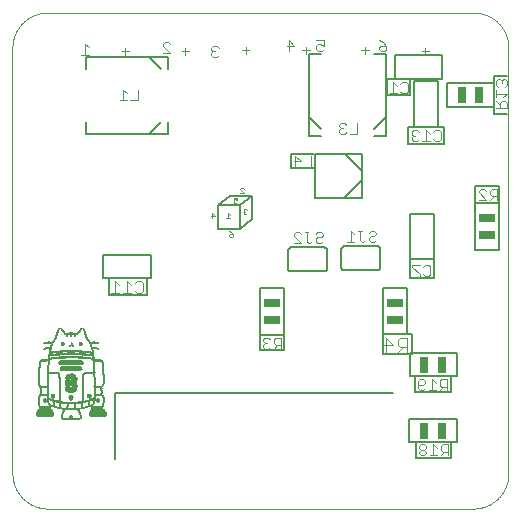
<source format=gbo>
G75*
%MOIN*%
%OFA0B0*%
%FSLAX25Y25*%
%IPPOS*%
%LPD*%
%AMOC8*
5,1,8,0,0,1.08239X$1,22.5*
%
%ADD10C,0.00000*%
%ADD11C,0.00591*%
%ADD12R,0.03100X0.00100*%
%ADD13R,0.05600X0.00100*%
%ADD14R,0.06000X0.00100*%
%ADD15R,0.06300X0.00100*%
%ADD16R,0.01700X0.00100*%
%ADD17R,0.01400X0.00100*%
%ADD18R,0.00800X0.00100*%
%ADD19R,0.00500X0.00100*%
%ADD20R,0.00400X0.00100*%
%ADD21R,0.01300X0.00100*%
%ADD22R,0.01200X0.00100*%
%ADD23R,0.02400X0.00100*%
%ADD24R,0.05400X0.00100*%
%ADD25R,0.01000X0.00100*%
%ADD26R,0.05100X0.00100*%
%ADD27R,0.05700X0.00100*%
%ADD28R,0.05900X0.00100*%
%ADD29R,0.00600X0.00100*%
%ADD30R,0.05800X0.00100*%
%ADD31R,0.06100X0.00100*%
%ADD32R,0.05500X0.00100*%
%ADD33R,0.05300X0.00100*%
%ADD34R,0.05200X0.00100*%
%ADD35R,0.05000X0.00100*%
%ADD36R,0.04900X0.00100*%
%ADD37R,0.03300X0.00100*%
%ADD38R,0.04700X0.00100*%
%ADD39R,0.04600X0.00100*%
%ADD40R,0.04500X0.00100*%
%ADD41R,0.04300X0.00100*%
%ADD42R,0.07900X0.00100*%
%ADD43R,0.04200X0.00100*%
%ADD44R,0.02700X0.00100*%
%ADD45R,0.02300X0.00100*%
%ADD46R,0.04000X0.00100*%
%ADD47R,0.04100X0.00100*%
%ADD48R,0.02100X0.00100*%
%ADD49R,0.02200X0.00100*%
%ADD50R,0.01900X0.00100*%
%ADD51R,0.03800X0.00100*%
%ADD52R,0.02000X0.00100*%
%ADD53R,0.03700X0.00100*%
%ADD54R,0.01600X0.00100*%
%ADD55R,0.01100X0.00100*%
%ADD56R,0.01500X0.00100*%
%ADD57R,0.01800X0.00100*%
%ADD58R,0.00900X0.00100*%
%ADD59R,0.00700X0.00100*%
%ADD60R,0.03200X0.00100*%
%ADD61R,0.07700X0.00100*%
%ADD62R,0.08600X0.00100*%
%ADD63R,0.09500X0.00100*%
%ADD64R,0.03600X0.00100*%
%ADD65R,0.03400X0.00100*%
%ADD66R,0.03900X0.00100*%
%ADD67R,0.02600X0.00100*%
%ADD68R,0.00300X0.00100*%
%ADD69R,0.03000X0.00100*%
%ADD70R,0.02900X0.00100*%
%ADD71R,0.02800X0.00100*%
%ADD72R,0.03500X0.00100*%
%ADD73R,0.02500X0.00100*%
%ADD74R,0.06600X0.00100*%
%ADD75R,0.07000X0.00100*%
%ADD76R,0.07300X0.00100*%
%ADD77R,0.07400X0.00100*%
%ADD78R,0.07600X0.00100*%
%ADD79R,0.07500X0.00100*%
%ADD80R,0.07100X0.00100*%
%ADD81R,0.06500X0.00100*%
%ADD82R,0.08100X0.00100*%
%ADD83R,0.08300X0.00100*%
%ADD84R,0.08400X0.00100*%
%ADD85R,0.08500X0.00100*%
%ADD86R,0.07200X0.00100*%
%ADD87R,0.13300X0.00100*%
%ADD88R,0.12200X0.00100*%
%ADD89R,0.10500X0.00100*%
%ADD90R,0.13400X0.00100*%
%ADD91R,0.12700X0.00100*%
%ADD92R,0.10000X0.00100*%
%ADD93R,0.04800X0.00100*%
%ADD94R,0.13200X0.00100*%
%ADD95R,0.10600X0.00100*%
%ADD96R,0.00200X0.00100*%
%ADD97C,0.00200*%
%ADD98C,0.00300*%
%ADD99C,0.00600*%
%ADD100C,0.00400*%
%ADD101R,0.02559X0.05512*%
%ADD102R,0.05512X0.02559*%
D10*
X0001500Y0013311D02*
X0001500Y0155043D01*
X0001503Y0155328D01*
X0001514Y0155614D01*
X0001531Y0155899D01*
X0001555Y0156183D01*
X0001586Y0156467D01*
X0001624Y0156750D01*
X0001669Y0157031D01*
X0001720Y0157312D01*
X0001778Y0157592D01*
X0001843Y0157870D01*
X0001915Y0158146D01*
X0001993Y0158420D01*
X0002078Y0158693D01*
X0002170Y0158963D01*
X0002268Y0159231D01*
X0002372Y0159497D01*
X0002483Y0159760D01*
X0002600Y0160020D01*
X0002723Y0160278D01*
X0002853Y0160532D01*
X0002989Y0160783D01*
X0003130Y0161031D01*
X0003278Y0161275D01*
X0003431Y0161516D01*
X0003591Y0161752D01*
X0003756Y0161985D01*
X0003926Y0162214D01*
X0004102Y0162439D01*
X0004284Y0162659D01*
X0004470Y0162875D01*
X0004662Y0163086D01*
X0004859Y0163293D01*
X0005061Y0163495D01*
X0005268Y0163692D01*
X0005479Y0163884D01*
X0005695Y0164070D01*
X0005915Y0164252D01*
X0006140Y0164428D01*
X0006369Y0164598D01*
X0006602Y0164763D01*
X0006838Y0164923D01*
X0007079Y0165076D01*
X0007323Y0165224D01*
X0007571Y0165365D01*
X0007822Y0165501D01*
X0008076Y0165631D01*
X0008334Y0165754D01*
X0008594Y0165871D01*
X0008857Y0165982D01*
X0009123Y0166086D01*
X0009391Y0166184D01*
X0009661Y0166276D01*
X0009934Y0166361D01*
X0010208Y0166439D01*
X0010484Y0166511D01*
X0010762Y0166576D01*
X0011042Y0166634D01*
X0011323Y0166685D01*
X0011604Y0166730D01*
X0011887Y0166768D01*
X0012171Y0166799D01*
X0012455Y0166823D01*
X0012740Y0166840D01*
X0013026Y0166851D01*
X0013311Y0166854D01*
X0155043Y0166854D01*
X0155328Y0166851D01*
X0155614Y0166840D01*
X0155899Y0166823D01*
X0156183Y0166799D01*
X0156467Y0166768D01*
X0156750Y0166730D01*
X0157031Y0166685D01*
X0157312Y0166634D01*
X0157592Y0166576D01*
X0157870Y0166511D01*
X0158146Y0166439D01*
X0158420Y0166361D01*
X0158693Y0166276D01*
X0158963Y0166184D01*
X0159231Y0166086D01*
X0159497Y0165982D01*
X0159760Y0165871D01*
X0160020Y0165754D01*
X0160278Y0165631D01*
X0160532Y0165501D01*
X0160783Y0165365D01*
X0161031Y0165224D01*
X0161275Y0165076D01*
X0161516Y0164923D01*
X0161752Y0164763D01*
X0161985Y0164598D01*
X0162214Y0164428D01*
X0162439Y0164252D01*
X0162659Y0164070D01*
X0162875Y0163884D01*
X0163086Y0163692D01*
X0163293Y0163495D01*
X0163495Y0163293D01*
X0163692Y0163086D01*
X0163884Y0162875D01*
X0164070Y0162659D01*
X0164252Y0162439D01*
X0164428Y0162214D01*
X0164598Y0161985D01*
X0164763Y0161752D01*
X0164923Y0161516D01*
X0165076Y0161275D01*
X0165224Y0161031D01*
X0165365Y0160783D01*
X0165501Y0160532D01*
X0165631Y0160278D01*
X0165754Y0160020D01*
X0165871Y0159760D01*
X0165982Y0159497D01*
X0166086Y0159231D01*
X0166184Y0158963D01*
X0166276Y0158693D01*
X0166361Y0158420D01*
X0166439Y0158146D01*
X0166511Y0157870D01*
X0166576Y0157592D01*
X0166634Y0157312D01*
X0166685Y0157031D01*
X0166730Y0156750D01*
X0166768Y0156467D01*
X0166799Y0156183D01*
X0166823Y0155899D01*
X0166840Y0155614D01*
X0166851Y0155328D01*
X0166854Y0155043D01*
X0166854Y0013311D01*
X0166851Y0013026D01*
X0166840Y0012740D01*
X0166823Y0012455D01*
X0166799Y0012171D01*
X0166768Y0011887D01*
X0166730Y0011604D01*
X0166685Y0011323D01*
X0166634Y0011042D01*
X0166576Y0010762D01*
X0166511Y0010484D01*
X0166439Y0010208D01*
X0166361Y0009934D01*
X0166276Y0009661D01*
X0166184Y0009391D01*
X0166086Y0009123D01*
X0165982Y0008857D01*
X0165871Y0008594D01*
X0165754Y0008334D01*
X0165631Y0008076D01*
X0165501Y0007822D01*
X0165365Y0007571D01*
X0165224Y0007323D01*
X0165076Y0007079D01*
X0164923Y0006838D01*
X0164763Y0006602D01*
X0164598Y0006369D01*
X0164428Y0006140D01*
X0164252Y0005915D01*
X0164070Y0005695D01*
X0163884Y0005479D01*
X0163692Y0005268D01*
X0163495Y0005061D01*
X0163293Y0004859D01*
X0163086Y0004662D01*
X0162875Y0004470D01*
X0162659Y0004284D01*
X0162439Y0004102D01*
X0162214Y0003926D01*
X0161985Y0003756D01*
X0161752Y0003591D01*
X0161516Y0003431D01*
X0161275Y0003278D01*
X0161031Y0003130D01*
X0160783Y0002989D01*
X0160532Y0002853D01*
X0160278Y0002723D01*
X0160020Y0002600D01*
X0159760Y0002483D01*
X0159497Y0002372D01*
X0159231Y0002268D01*
X0158963Y0002170D01*
X0158693Y0002078D01*
X0158420Y0001993D01*
X0158146Y0001915D01*
X0157870Y0001843D01*
X0157592Y0001778D01*
X0157312Y0001720D01*
X0157031Y0001669D01*
X0156750Y0001624D01*
X0156467Y0001586D01*
X0156183Y0001555D01*
X0155899Y0001531D01*
X0155614Y0001514D01*
X0155328Y0001503D01*
X0155043Y0001500D01*
X0013311Y0001500D01*
X0013026Y0001503D01*
X0012740Y0001514D01*
X0012455Y0001531D01*
X0012171Y0001555D01*
X0011887Y0001586D01*
X0011604Y0001624D01*
X0011323Y0001669D01*
X0011042Y0001720D01*
X0010762Y0001778D01*
X0010484Y0001843D01*
X0010208Y0001915D01*
X0009934Y0001993D01*
X0009661Y0002078D01*
X0009391Y0002170D01*
X0009123Y0002268D01*
X0008857Y0002372D01*
X0008594Y0002483D01*
X0008334Y0002600D01*
X0008076Y0002723D01*
X0007822Y0002853D01*
X0007571Y0002989D01*
X0007323Y0003130D01*
X0007079Y0003278D01*
X0006838Y0003431D01*
X0006602Y0003591D01*
X0006369Y0003756D01*
X0006140Y0003926D01*
X0005915Y0004102D01*
X0005695Y0004284D01*
X0005479Y0004470D01*
X0005268Y0004662D01*
X0005061Y0004859D01*
X0004859Y0005061D01*
X0004662Y0005268D01*
X0004470Y0005479D01*
X0004284Y0005695D01*
X0004102Y0005915D01*
X0003926Y0006140D01*
X0003756Y0006369D01*
X0003591Y0006602D01*
X0003431Y0006838D01*
X0003278Y0007079D01*
X0003130Y0007323D01*
X0002989Y0007571D01*
X0002853Y0007822D01*
X0002723Y0008076D01*
X0002600Y0008334D01*
X0002483Y0008594D01*
X0002372Y0008857D01*
X0002268Y0009123D01*
X0002170Y0009391D01*
X0002078Y0009661D01*
X0001993Y0009934D01*
X0001915Y0010208D01*
X0001843Y0010484D01*
X0001778Y0010762D01*
X0001720Y0011042D01*
X0001669Y0011323D01*
X0001624Y0011604D01*
X0001586Y0011887D01*
X0001555Y0012171D01*
X0001531Y0012455D01*
X0001514Y0012740D01*
X0001503Y0013026D01*
X0001500Y0013311D01*
D11*
X0035752Y0018035D02*
X0035752Y0040083D01*
X0128272Y0040083D01*
X0134177Y0045594D02*
X0134177Y0053469D01*
X0149531Y0053469D01*
X0149531Y0045594D01*
X0147563Y0045594D01*
X0147563Y0040476D01*
X0135752Y0040476D01*
X0135752Y0045594D01*
X0134177Y0045594D01*
X0135752Y0045594D02*
X0147563Y0045594D01*
X0134571Y0053075D02*
X0134571Y0059768D01*
X0132996Y0059768D01*
X0125122Y0059768D01*
X0125122Y0053075D01*
X0134571Y0053075D01*
X0132996Y0059768D02*
X0132996Y0075122D01*
X0125122Y0075122D01*
X0125122Y0059768D01*
X0134177Y0078272D02*
X0142051Y0078272D01*
X0142051Y0084571D01*
X0134177Y0084571D01*
X0134177Y0078272D01*
X0134177Y0084571D02*
X0134177Y0099531D01*
X0142051Y0099531D01*
X0142051Y0084571D01*
X0155831Y0087720D02*
X0155831Y0103469D01*
X0155831Y0108980D01*
X0163705Y0108980D01*
X0163705Y0103469D01*
X0163705Y0087720D01*
X0155831Y0087720D01*
X0155831Y0103469D02*
X0163705Y0103469D01*
X0145201Y0123154D02*
X0145201Y0128665D01*
X0143232Y0128665D01*
X0135358Y0128665D01*
X0133390Y0128665D01*
X0133390Y0123154D01*
X0145201Y0123154D01*
X0143232Y0128665D02*
X0143232Y0144020D01*
X0135358Y0144020D01*
X0135358Y0128665D01*
X0134177Y0139295D02*
X0126303Y0139295D01*
X0126303Y0144807D01*
X0129059Y0144807D01*
X0129059Y0152681D01*
X0144807Y0152681D01*
X0144807Y0144807D01*
X0134177Y0144807D01*
X0134177Y0139295D01*
X0134177Y0144807D02*
X0129059Y0144807D01*
X0146382Y0143232D02*
X0146382Y0135358D01*
X0162130Y0135358D01*
X0162130Y0132996D01*
X0166461Y0132996D01*
X0162130Y0135358D02*
X0162130Y0143232D01*
X0162130Y0145594D01*
X0166461Y0145594D01*
X0162130Y0143232D02*
X0146382Y0143232D01*
X0118035Y0119610D02*
X0118035Y0114098D01*
X0118035Y0110949D01*
X0112130Y0105043D01*
X0102287Y0105043D01*
X0102287Y0114886D01*
X0094413Y0114886D01*
X0094413Y0119610D01*
X0101894Y0119610D01*
X0102287Y0119610D02*
X0102287Y0114886D01*
X0102287Y0119610D02*
X0112524Y0119610D01*
X0118035Y0114098D01*
X0118035Y0110949D02*
X0118035Y0105043D01*
X0112130Y0105043D01*
X0112524Y0119610D02*
X0118035Y0119610D01*
X0081421Y0105831D02*
X0081421Y0097957D01*
X0077484Y0094807D01*
X0077484Y0102681D01*
X0081421Y0105831D01*
X0073941Y0105831D01*
X0070004Y0102681D01*
X0077484Y0102681D01*
X0070004Y0102681D02*
X0070004Y0094807D01*
X0077484Y0094807D01*
X0084177Y0075122D02*
X0084177Y0059374D01*
X0084177Y0054256D01*
X0092051Y0054256D01*
X0092051Y0059374D01*
X0084177Y0059374D01*
X0092051Y0059374D02*
X0092051Y0075122D01*
X0084177Y0075122D01*
X0047563Y0078272D02*
X0046382Y0078272D01*
X0046382Y0072760D01*
X0033783Y0072760D01*
X0033783Y0078272D01*
X0031815Y0078272D01*
X0031815Y0086146D01*
X0047563Y0086146D01*
X0047563Y0078272D01*
X0046382Y0078272D02*
X0033783Y0078272D01*
X0133783Y0031421D02*
X0133783Y0023547D01*
X0136146Y0023547D01*
X0136146Y0018429D01*
X0147563Y0018429D01*
X0147563Y0023547D01*
X0149531Y0023547D01*
X0149531Y0031421D01*
X0133783Y0031421D01*
X0136146Y0023547D02*
X0147563Y0023547D01*
D12*
X0030200Y0039000D03*
X0030200Y0039100D03*
X0021100Y0040400D03*
X0016500Y0037000D03*
X0012100Y0041900D03*
X0012300Y0050600D03*
X0012400Y0050700D03*
X0013500Y0056500D03*
X0029900Y0050700D03*
X0021100Y0030900D03*
D13*
X0021150Y0031000D03*
X0029950Y0032200D03*
X0012250Y0033500D03*
X0012250Y0033600D03*
D14*
X0012250Y0033200D03*
X0012250Y0033100D03*
X0012250Y0033000D03*
X0012250Y0032900D03*
X0012250Y0032500D03*
X0012250Y0032400D03*
X0021150Y0031100D03*
X0029950Y0032500D03*
X0029950Y0032600D03*
X0029950Y0032700D03*
X0029950Y0032800D03*
X0029950Y0032900D03*
X0029950Y0033000D03*
X0021250Y0047300D03*
X0021150Y0053100D03*
D15*
X0021100Y0050700D03*
X0021100Y0034500D03*
X0021100Y0031200D03*
D16*
X0018700Y0031300D03*
X0023500Y0031300D03*
X0021100Y0038200D03*
X0021100Y0038300D03*
X0021100Y0038400D03*
X0021100Y0038500D03*
X0020000Y0042300D03*
X0020000Y0042400D03*
X0020100Y0044800D03*
X0022200Y0044700D03*
X0022200Y0044600D03*
X0022200Y0044500D03*
X0022200Y0044400D03*
X0022200Y0044300D03*
X0018700Y0049200D03*
X0028600Y0055000D03*
X0014000Y0037700D03*
X0014700Y0035700D03*
X0014700Y0035600D03*
D17*
X0015250Y0035400D03*
X0015050Y0038600D03*
X0015050Y0038700D03*
X0015050Y0038800D03*
X0015050Y0038900D03*
X0015050Y0039000D03*
X0021150Y0038800D03*
X0021050Y0037800D03*
X0021150Y0031700D03*
X0021150Y0031600D03*
X0021150Y0031500D03*
X0021150Y0031400D03*
X0021150Y0031300D03*
X0027150Y0038600D03*
X0027150Y0038700D03*
X0027150Y0039000D03*
X0027150Y0039100D03*
X0028450Y0037900D03*
X0024250Y0056200D03*
X0024250Y0056300D03*
X0022650Y0059400D03*
X0019550Y0059400D03*
X0018350Y0056300D03*
X0018350Y0056200D03*
D18*
X0018350Y0056700D03*
X0018350Y0055700D03*
X0021250Y0055900D03*
X0024250Y0055700D03*
X0024250Y0056700D03*
X0022450Y0059100D03*
X0021050Y0059100D03*
X0019650Y0059100D03*
X0019650Y0059000D03*
X0024850Y0061400D03*
X0029950Y0054600D03*
X0027150Y0038200D03*
X0028250Y0036000D03*
X0029950Y0036800D03*
X0024050Y0031400D03*
X0021150Y0032200D03*
X0018150Y0031400D03*
X0014050Y0032000D03*
X0013850Y0036100D03*
X0012250Y0036800D03*
X0012250Y0037900D03*
X0010750Y0042100D03*
X0022250Y0036200D03*
D19*
X0022400Y0036100D03*
X0022400Y0036000D03*
X0022400Y0035900D03*
X0022400Y0035800D03*
X0022400Y0035700D03*
X0022400Y0035600D03*
X0022400Y0035500D03*
X0022400Y0035400D03*
X0022400Y0035300D03*
X0022400Y0035200D03*
X0022400Y0035100D03*
X0022400Y0035000D03*
X0023400Y0034200D03*
X0023500Y0034000D03*
X0023600Y0033900D03*
X0023700Y0033700D03*
X0023800Y0033500D03*
X0023900Y0033200D03*
X0024000Y0033100D03*
X0024000Y0033000D03*
X0024200Y0032500D03*
X0024200Y0032400D03*
X0024300Y0032100D03*
X0024300Y0032000D03*
X0024300Y0031900D03*
X0024300Y0031600D03*
X0024200Y0031500D03*
X0024800Y0035300D03*
X0024800Y0035400D03*
X0024800Y0035500D03*
X0024800Y0035600D03*
X0024800Y0035700D03*
X0024800Y0035800D03*
X0024800Y0035900D03*
X0024800Y0036000D03*
X0027000Y0036300D03*
X0027000Y0036400D03*
X0027000Y0036500D03*
X0027000Y0036600D03*
X0027000Y0036700D03*
X0027000Y0036800D03*
X0027200Y0038100D03*
X0028900Y0038300D03*
X0028900Y0038400D03*
X0028900Y0038500D03*
X0028900Y0038600D03*
X0028900Y0038700D03*
X0028900Y0038800D03*
X0028900Y0038900D03*
X0028900Y0039500D03*
X0028900Y0039600D03*
X0028900Y0039700D03*
X0028900Y0039800D03*
X0028900Y0039900D03*
X0028900Y0040000D03*
X0028900Y0040100D03*
X0028900Y0040200D03*
X0028900Y0040300D03*
X0028900Y0040400D03*
X0028900Y0040500D03*
X0028900Y0040600D03*
X0028900Y0040700D03*
X0028900Y0040800D03*
X0028900Y0040900D03*
X0028900Y0041000D03*
X0028900Y0041100D03*
X0028900Y0041200D03*
X0028900Y0041300D03*
X0028900Y0041400D03*
X0028900Y0041500D03*
X0028900Y0042000D03*
X0028900Y0042100D03*
X0028900Y0042200D03*
X0028900Y0042300D03*
X0028900Y0042400D03*
X0028900Y0042500D03*
X0028900Y0042600D03*
X0028900Y0042700D03*
X0028900Y0042800D03*
X0028900Y0042900D03*
X0028900Y0043000D03*
X0028900Y0043100D03*
X0028900Y0043200D03*
X0028900Y0043300D03*
X0028900Y0043400D03*
X0028900Y0043500D03*
X0028900Y0043600D03*
X0028900Y0043700D03*
X0028900Y0043800D03*
X0028900Y0043900D03*
X0028900Y0044000D03*
X0028900Y0044100D03*
X0028900Y0044200D03*
X0028900Y0044300D03*
X0028900Y0044400D03*
X0028900Y0044500D03*
X0028900Y0044600D03*
X0028900Y0044700D03*
X0028900Y0044800D03*
X0028900Y0044900D03*
X0028900Y0045000D03*
X0028900Y0045100D03*
X0031900Y0045100D03*
X0031900Y0045200D03*
X0031900Y0045300D03*
X0031900Y0045400D03*
X0031900Y0045500D03*
X0031900Y0045600D03*
X0031900Y0045700D03*
X0031900Y0045800D03*
X0031900Y0045900D03*
X0031900Y0046000D03*
X0031800Y0046900D03*
X0031800Y0047000D03*
X0031800Y0047100D03*
X0031800Y0047200D03*
X0031800Y0047300D03*
X0031800Y0047400D03*
X0031800Y0047500D03*
X0031800Y0047600D03*
X0031700Y0047800D03*
X0031700Y0047900D03*
X0031700Y0048000D03*
X0031700Y0048100D03*
X0031700Y0048200D03*
X0031700Y0048300D03*
X0031700Y0048400D03*
X0031700Y0048500D03*
X0031700Y0048600D03*
X0031700Y0048700D03*
X0031700Y0048800D03*
X0031700Y0048900D03*
X0031700Y0049000D03*
X0031700Y0049100D03*
X0031600Y0049400D03*
X0031600Y0049500D03*
X0031600Y0049600D03*
X0031500Y0050000D03*
X0031400Y0050300D03*
X0028700Y0049900D03*
X0028700Y0049800D03*
X0028700Y0049700D03*
X0028700Y0049600D03*
X0028700Y0049500D03*
X0028500Y0051800D03*
X0028500Y0051900D03*
X0028400Y0052100D03*
X0028400Y0052700D03*
X0028400Y0052800D03*
X0028300Y0053600D03*
X0028300Y0053700D03*
X0028200Y0053800D03*
X0028200Y0053900D03*
X0028200Y0054000D03*
X0028200Y0054100D03*
X0028100Y0054200D03*
X0028100Y0054300D03*
X0028100Y0054400D03*
X0027800Y0055400D03*
X0027800Y0055500D03*
X0027700Y0055700D03*
X0027700Y0055800D03*
X0027600Y0056000D03*
X0027300Y0056700D03*
X0027200Y0056800D03*
X0027100Y0056900D03*
X0027100Y0057000D03*
X0027000Y0057100D03*
X0026900Y0057200D03*
X0026800Y0057400D03*
X0026700Y0057500D03*
X0026600Y0057700D03*
X0026500Y0057800D03*
X0026400Y0057900D03*
X0026400Y0058000D03*
X0026300Y0058100D03*
X0026200Y0058300D03*
X0026100Y0058700D03*
X0025600Y0060300D03*
X0025300Y0061000D03*
X0024800Y0061500D03*
X0024400Y0061100D03*
X0024300Y0061000D03*
X0024200Y0060900D03*
X0024100Y0060800D03*
X0024000Y0060700D03*
X0023900Y0060500D03*
X0023800Y0060400D03*
X0023700Y0060300D03*
X0023600Y0060100D03*
X0023500Y0060000D03*
X0023400Y0059800D03*
X0022400Y0058700D03*
X0021100Y0058800D03*
X0018900Y0059800D03*
X0018800Y0059900D03*
X0018600Y0060200D03*
X0018300Y0060600D03*
X0018000Y0061000D03*
X0017900Y0061100D03*
X0017400Y0061500D03*
X0017000Y0061100D03*
X0016900Y0061000D03*
X0016900Y0060900D03*
X0016800Y0060700D03*
X0016700Y0060500D03*
X0016700Y0060400D03*
X0016600Y0060200D03*
X0016500Y0060000D03*
X0016500Y0059900D03*
X0016400Y0059700D03*
X0016400Y0059600D03*
X0016300Y0059300D03*
X0016200Y0059000D03*
X0016100Y0058600D03*
X0016100Y0058500D03*
X0016000Y0058200D03*
X0015900Y0058100D03*
X0015900Y0058000D03*
X0015800Y0057900D03*
X0015700Y0057800D03*
X0015700Y0057700D03*
X0015600Y0057600D03*
X0015500Y0057500D03*
X0015500Y0057400D03*
X0015400Y0057300D03*
X0015300Y0057200D03*
X0015300Y0057100D03*
X0015200Y0057000D03*
X0015100Y0056900D03*
X0015000Y0056800D03*
X0015000Y0056700D03*
X0014700Y0056200D03*
X0014700Y0056100D03*
X0014600Y0055900D03*
X0014500Y0055600D03*
X0014300Y0055100D03*
X0014200Y0054600D03*
X0014200Y0054500D03*
X0014200Y0054400D03*
X0014100Y0054300D03*
X0014100Y0054200D03*
X0014100Y0054100D03*
X0014100Y0054000D03*
X0014000Y0053800D03*
X0014000Y0053700D03*
X0014000Y0053600D03*
X0013900Y0052900D03*
X0013900Y0052800D03*
X0013900Y0052700D03*
X0013700Y0051700D03*
X0013700Y0051600D03*
X0013600Y0050400D03*
X0013600Y0050300D03*
X0013600Y0050200D03*
X0013600Y0050100D03*
X0013500Y0049100D03*
X0013500Y0049000D03*
X0013500Y0048900D03*
X0013500Y0048800D03*
X0013500Y0048700D03*
X0013500Y0048600D03*
X0013400Y0048300D03*
X0013400Y0048200D03*
X0013400Y0048100D03*
X0013400Y0048000D03*
X0013400Y0047900D03*
X0013400Y0047800D03*
X0013400Y0047700D03*
X0013400Y0047600D03*
X0013400Y0047500D03*
X0013400Y0047400D03*
X0013400Y0047300D03*
X0013400Y0047200D03*
X0013400Y0047100D03*
X0013400Y0047000D03*
X0013400Y0046900D03*
X0013400Y0046300D03*
X0013400Y0046200D03*
X0013400Y0046100D03*
X0013400Y0046000D03*
X0013400Y0045900D03*
X0013400Y0045800D03*
X0013400Y0045700D03*
X0013400Y0045600D03*
X0013400Y0045500D03*
X0013400Y0045400D03*
X0013400Y0045300D03*
X0013400Y0045200D03*
X0013300Y0045000D03*
X0013300Y0044900D03*
X0013300Y0044800D03*
X0013300Y0044700D03*
X0013300Y0044600D03*
X0013300Y0044500D03*
X0013300Y0044400D03*
X0013300Y0044300D03*
X0013300Y0044200D03*
X0013300Y0044100D03*
X0013300Y0044000D03*
X0013300Y0043900D03*
X0013300Y0043800D03*
X0013300Y0043700D03*
X0013400Y0043600D03*
X0013400Y0043500D03*
X0013400Y0043400D03*
X0013400Y0043300D03*
X0013400Y0043200D03*
X0013400Y0043100D03*
X0013400Y0043000D03*
X0013400Y0042900D03*
X0013400Y0042800D03*
X0013400Y0042700D03*
X0013400Y0042600D03*
X0013400Y0042500D03*
X0013400Y0042400D03*
X0013400Y0042300D03*
X0013400Y0042200D03*
X0013400Y0042100D03*
X0013400Y0041500D03*
X0013400Y0041400D03*
X0013400Y0041300D03*
X0013400Y0041200D03*
X0013400Y0041100D03*
X0013400Y0041000D03*
X0013400Y0040900D03*
X0013400Y0040800D03*
X0013400Y0040700D03*
X0013400Y0040600D03*
X0013400Y0040500D03*
X0013400Y0040400D03*
X0013400Y0040300D03*
X0013400Y0040200D03*
X0013400Y0040100D03*
X0013400Y0040000D03*
X0013400Y0039900D03*
X0013400Y0039800D03*
X0013400Y0039700D03*
X0013400Y0039600D03*
X0013400Y0039500D03*
X0013400Y0038900D03*
X0013400Y0038800D03*
X0013400Y0038700D03*
X0013400Y0038600D03*
X0013400Y0038500D03*
X0013400Y0038400D03*
X0013400Y0038300D03*
X0013400Y0037600D03*
X0013400Y0037500D03*
X0013400Y0037400D03*
X0013400Y0037300D03*
X0013400Y0037200D03*
X0013400Y0037100D03*
X0013400Y0037000D03*
X0013400Y0036900D03*
X0013400Y0036800D03*
X0013400Y0036700D03*
X0012300Y0036700D03*
X0012300Y0038000D03*
X0011100Y0039500D03*
X0011100Y0039600D03*
X0011100Y0039700D03*
X0011100Y0039800D03*
X0011100Y0039900D03*
X0011100Y0040000D03*
X0011100Y0040100D03*
X0011100Y0040200D03*
X0011100Y0041200D03*
X0011100Y0041300D03*
X0011100Y0041400D03*
X0011100Y0041500D03*
X0010600Y0042200D03*
X0010500Y0042300D03*
X0010500Y0042400D03*
X0010500Y0042500D03*
X0010400Y0042700D03*
X0010400Y0042800D03*
X0010400Y0042900D03*
X0010300Y0043200D03*
X0010300Y0043300D03*
X0010300Y0043400D03*
X0010300Y0043500D03*
X0010300Y0043600D03*
X0010300Y0043700D03*
X0010300Y0043800D03*
X0010300Y0043900D03*
X0010300Y0044000D03*
X0010300Y0044100D03*
X0010300Y0044200D03*
X0010300Y0044300D03*
X0010300Y0044400D03*
X0010300Y0044500D03*
X0010300Y0044600D03*
X0010300Y0044700D03*
X0010300Y0044800D03*
X0010300Y0044900D03*
X0010300Y0045000D03*
X0010300Y0045100D03*
X0010300Y0045200D03*
X0010300Y0045300D03*
X0010300Y0045400D03*
X0010400Y0045600D03*
X0010400Y0045700D03*
X0010400Y0045800D03*
X0010400Y0045900D03*
X0010400Y0046000D03*
X0010400Y0046100D03*
X0010400Y0046200D03*
X0010400Y0046300D03*
X0010400Y0046400D03*
X0010400Y0046500D03*
X0010400Y0046600D03*
X0010400Y0046700D03*
X0010400Y0046800D03*
X0010400Y0046900D03*
X0010500Y0047300D03*
X0010500Y0047400D03*
X0010500Y0047500D03*
X0010500Y0047600D03*
X0010500Y0047700D03*
X0010500Y0047800D03*
X0010500Y0047900D03*
X0010500Y0048000D03*
X0010500Y0048100D03*
X0010500Y0048200D03*
X0010500Y0048300D03*
X0010600Y0048800D03*
X0010600Y0048900D03*
X0010600Y0049000D03*
X0010600Y0049100D03*
X0010600Y0049200D03*
X0010600Y0049300D03*
X0010600Y0049400D03*
X0010600Y0049500D03*
X0010700Y0049800D03*
X0010700Y0049900D03*
X0010800Y0050100D03*
X0010800Y0050200D03*
X0012100Y0054400D03*
X0013600Y0055100D03*
X0020700Y0055500D03*
X0021800Y0055500D03*
X0017000Y0046000D03*
X0017000Y0045900D03*
X0017100Y0045800D03*
X0017100Y0045700D03*
X0017100Y0045600D03*
X0017100Y0045500D03*
X0017100Y0045400D03*
X0017100Y0045300D03*
X0017100Y0045200D03*
X0017100Y0045100D03*
X0017200Y0044900D03*
X0017200Y0044800D03*
X0017200Y0044700D03*
X0017200Y0044600D03*
X0017200Y0044500D03*
X0017200Y0044400D03*
X0017200Y0044300D03*
X0017200Y0044200D03*
X0017200Y0044100D03*
X0017200Y0044000D03*
X0017200Y0043900D03*
X0017200Y0043800D03*
X0017200Y0043700D03*
X0017200Y0043600D03*
X0017200Y0043500D03*
X0017200Y0043400D03*
X0017200Y0043300D03*
X0017200Y0043200D03*
X0017200Y0043100D03*
X0017200Y0043000D03*
X0017200Y0042900D03*
X0017200Y0042800D03*
X0017200Y0042700D03*
X0017200Y0042600D03*
X0017200Y0042500D03*
X0017200Y0042400D03*
X0017200Y0042300D03*
X0017200Y0042200D03*
X0017200Y0042100D03*
X0017200Y0042000D03*
X0017200Y0041900D03*
X0017200Y0041800D03*
X0017200Y0041700D03*
X0017200Y0041600D03*
X0017200Y0041500D03*
X0017200Y0041400D03*
X0017200Y0041300D03*
X0017200Y0041200D03*
X0017200Y0041100D03*
X0017200Y0041000D03*
X0017200Y0040900D03*
X0017200Y0040800D03*
X0017200Y0040700D03*
X0017200Y0040600D03*
X0017200Y0040500D03*
X0017200Y0040400D03*
X0017200Y0040300D03*
X0017200Y0040200D03*
X0017200Y0040100D03*
X0017200Y0040000D03*
X0017200Y0039900D03*
X0017200Y0039800D03*
X0017200Y0039700D03*
X0017200Y0039600D03*
X0017200Y0039500D03*
X0017200Y0039400D03*
X0017200Y0039300D03*
X0017200Y0039200D03*
X0017200Y0039100D03*
X0017200Y0039000D03*
X0017200Y0038900D03*
X0017200Y0038800D03*
X0017200Y0038700D03*
X0017200Y0038600D03*
X0017200Y0038500D03*
X0017200Y0038400D03*
X0017200Y0038300D03*
X0017200Y0038200D03*
X0017200Y0038100D03*
X0017200Y0038000D03*
X0017200Y0037900D03*
X0017200Y0037800D03*
X0017200Y0037700D03*
X0017200Y0037600D03*
X0017200Y0037500D03*
X0017200Y0037400D03*
X0017200Y0037300D03*
X0017500Y0036400D03*
X0017500Y0036300D03*
X0017500Y0036200D03*
X0017500Y0036100D03*
X0017400Y0035900D03*
X0017400Y0035800D03*
X0017400Y0035700D03*
X0017400Y0035600D03*
X0017400Y0035500D03*
X0017400Y0035400D03*
X0017400Y0035300D03*
X0017400Y0035200D03*
X0017400Y0035100D03*
X0018800Y0034200D03*
X0018700Y0033900D03*
X0018600Y0033800D03*
X0018600Y0033700D03*
X0018500Y0033600D03*
X0018300Y0033100D03*
X0018200Y0032900D03*
X0018100Y0032600D03*
X0018000Y0032400D03*
X0018000Y0032300D03*
X0018000Y0032200D03*
X0017900Y0031800D03*
X0017900Y0031700D03*
X0018000Y0031500D03*
X0019900Y0035400D03*
X0019900Y0035500D03*
X0019900Y0035600D03*
X0019900Y0035700D03*
X0019900Y0035800D03*
X0019900Y0035900D03*
X0019900Y0036000D03*
X0019900Y0036100D03*
X0019900Y0036200D03*
X0015300Y0036600D03*
X0015300Y0036700D03*
X0015300Y0036800D03*
X0010500Y0035700D03*
X0010500Y0035600D03*
X0010400Y0035800D03*
X0010400Y0035900D03*
X0010400Y0036000D03*
X0010400Y0036100D03*
X0010400Y0036200D03*
X0010400Y0036300D03*
X0010300Y0037500D03*
X0010300Y0037600D03*
X0010300Y0037700D03*
X0010300Y0037800D03*
X0010300Y0037900D03*
X0010300Y0038000D03*
X0010300Y0038100D03*
X0010400Y0038500D03*
X0010500Y0038700D03*
X0028200Y0035400D03*
X0028600Y0036300D03*
X0028700Y0036400D03*
X0028800Y0036600D03*
X0028800Y0036700D03*
X0028800Y0036800D03*
X0028800Y0036900D03*
X0028900Y0037500D03*
X0028900Y0037600D03*
X0031900Y0037600D03*
X0031900Y0037700D03*
X0031900Y0037800D03*
X0031900Y0037900D03*
X0031900Y0038000D03*
X0031900Y0038100D03*
X0031900Y0038200D03*
X0031800Y0038600D03*
X0031700Y0038800D03*
X0031200Y0039700D03*
X0031200Y0039800D03*
X0031200Y0039900D03*
X0031200Y0040000D03*
X0031200Y0040100D03*
X0031200Y0040200D03*
X0031200Y0040300D03*
X0031200Y0040400D03*
X0031200Y0040500D03*
X0031200Y0040600D03*
X0031200Y0041300D03*
X0031200Y0041400D03*
X0031200Y0041500D03*
X0031800Y0042500D03*
X0031900Y0042900D03*
X0031900Y0043000D03*
X0031900Y0043100D03*
X0031900Y0043200D03*
X0031900Y0043300D03*
X0031900Y0043400D03*
X0031900Y0043500D03*
X0031900Y0043600D03*
X0031900Y0043700D03*
X0031900Y0043800D03*
X0031900Y0043900D03*
X0031900Y0044000D03*
X0031900Y0044100D03*
X0031900Y0044200D03*
X0031900Y0044300D03*
X0031900Y0044400D03*
X0031900Y0044500D03*
X0031900Y0044600D03*
X0031900Y0044700D03*
X0031900Y0044800D03*
X0031900Y0044900D03*
X0031900Y0045000D03*
X0031900Y0037500D03*
X0031900Y0037400D03*
X0031900Y0037300D03*
X0031900Y0037200D03*
X0031900Y0037100D03*
X0031900Y0037000D03*
X0031900Y0036900D03*
X0031900Y0036800D03*
X0031900Y0036700D03*
X0031900Y0036600D03*
D20*
X0031850Y0036500D03*
X0031850Y0036400D03*
X0031850Y0036300D03*
X0031850Y0036200D03*
X0031850Y0036100D03*
X0031850Y0036000D03*
X0031850Y0035900D03*
X0031850Y0035800D03*
X0031750Y0035700D03*
X0031750Y0035600D03*
X0031650Y0035500D03*
X0031850Y0038300D03*
X0031850Y0038400D03*
X0031850Y0038500D03*
X0031750Y0038700D03*
X0031150Y0039500D03*
X0031150Y0039600D03*
X0031150Y0040700D03*
X0031150Y0040800D03*
X0031150Y0040900D03*
X0031150Y0041000D03*
X0031150Y0041100D03*
X0031150Y0041200D03*
X0031650Y0042200D03*
X0031750Y0042300D03*
X0031750Y0042400D03*
X0031850Y0042600D03*
X0031850Y0042700D03*
X0031850Y0042800D03*
X0031750Y0047700D03*
X0028550Y0051600D03*
X0028550Y0051700D03*
X0028450Y0052000D03*
X0028050Y0054500D03*
X0028050Y0054600D03*
X0027950Y0055100D03*
X0027850Y0055200D03*
X0027850Y0055300D03*
X0027750Y0055600D03*
X0027650Y0055900D03*
X0027550Y0056100D03*
X0027550Y0056200D03*
X0026850Y0057300D03*
X0026650Y0057600D03*
X0026250Y0058200D03*
X0026150Y0058400D03*
X0026150Y0058500D03*
X0026150Y0058600D03*
X0026050Y0058800D03*
X0026050Y0058900D03*
X0026050Y0059000D03*
X0025950Y0059200D03*
X0025850Y0059500D03*
X0025850Y0059600D03*
X0025750Y0059800D03*
X0025750Y0059900D03*
X0025750Y0060000D03*
X0025650Y0060100D03*
X0025650Y0060200D03*
X0025550Y0060400D03*
X0025550Y0060500D03*
X0025450Y0060600D03*
X0025450Y0060700D03*
X0025450Y0060800D03*
X0025350Y0060900D03*
X0025250Y0061100D03*
X0028750Y0056900D03*
X0030050Y0056400D03*
X0028650Y0055100D03*
X0030150Y0054400D03*
X0021250Y0056200D03*
X0021250Y0056300D03*
X0021250Y0056400D03*
X0021250Y0056500D03*
X0019650Y0058700D03*
X0016350Y0059400D03*
X0016350Y0059500D03*
X0016450Y0059800D03*
X0016550Y0060100D03*
X0016650Y0060300D03*
X0016750Y0060600D03*
X0016850Y0060800D03*
X0016250Y0059200D03*
X0016250Y0059100D03*
X0016150Y0058900D03*
X0016150Y0058800D03*
X0016150Y0058700D03*
X0016050Y0058400D03*
X0016050Y0058300D03*
X0014650Y0056000D03*
X0014550Y0055800D03*
X0014550Y0055700D03*
X0014450Y0055500D03*
X0014450Y0055400D03*
X0014350Y0055300D03*
X0014350Y0055200D03*
X0014050Y0053900D03*
X0013550Y0056900D03*
X0012150Y0056400D03*
X0013350Y0045100D03*
X0010350Y0043100D03*
X0010350Y0043000D03*
X0010450Y0042600D03*
X0010450Y0038600D03*
X0010350Y0038400D03*
X0010350Y0038300D03*
X0010350Y0038200D03*
X0010350Y0037400D03*
X0010350Y0037300D03*
X0010350Y0037200D03*
X0010350Y0037100D03*
X0010350Y0037000D03*
X0010350Y0036900D03*
X0010350Y0036800D03*
X0010350Y0036700D03*
X0010350Y0036600D03*
X0010350Y0036500D03*
X0010350Y0036400D03*
X0018350Y0033300D03*
X0018350Y0033200D03*
X0018450Y0033400D03*
X0018450Y0033500D03*
X0018250Y0033000D03*
X0018150Y0032800D03*
X0018150Y0032700D03*
X0018050Y0032500D03*
X0017950Y0032100D03*
X0017950Y0032000D03*
X0017950Y0031900D03*
X0017950Y0031600D03*
X0018750Y0034000D03*
X0018750Y0034100D03*
X0019850Y0034700D03*
X0019850Y0034800D03*
X0019850Y0034900D03*
X0019850Y0035000D03*
X0019850Y0035100D03*
X0019850Y0035200D03*
X0019850Y0035300D03*
X0021150Y0032400D03*
X0022450Y0034700D03*
X0022450Y0034800D03*
X0022450Y0034900D03*
X0023450Y0034100D03*
X0023650Y0033800D03*
X0023750Y0033600D03*
X0023850Y0033400D03*
X0023850Y0033300D03*
X0024050Y0032900D03*
X0024050Y0032800D03*
X0024150Y0032700D03*
X0024150Y0032600D03*
X0024250Y0032300D03*
X0024250Y0032200D03*
X0024350Y0031800D03*
X0024350Y0031700D03*
X0024850Y0035100D03*
X0024850Y0035200D03*
X0024750Y0036100D03*
X0024750Y0036200D03*
X0024750Y0036300D03*
X0024750Y0036400D03*
X0027050Y0036200D03*
X0027050Y0036100D03*
X0027050Y0036000D03*
X0027050Y0035900D03*
X0027050Y0035800D03*
X0028850Y0037000D03*
X0028850Y0037100D03*
X0028850Y0037200D03*
X0028850Y0037300D03*
X0028850Y0037400D03*
X0017150Y0045000D03*
D21*
X0015100Y0039200D03*
X0015100Y0039100D03*
X0015100Y0038500D03*
X0015100Y0038400D03*
X0015000Y0037400D03*
X0013800Y0037900D03*
X0015800Y0035200D03*
X0021000Y0037700D03*
X0021100Y0031800D03*
X0027300Y0037400D03*
X0027100Y0038500D03*
X0027100Y0039200D03*
X0030000Y0037500D03*
X0030000Y0037400D03*
X0024300Y0056100D03*
X0021100Y0059900D03*
X0017400Y0061200D03*
X0018400Y0056100D03*
D22*
X0018350Y0056000D03*
X0018350Y0055900D03*
X0018350Y0056400D03*
X0018350Y0056500D03*
X0021250Y0055800D03*
X0024250Y0055900D03*
X0024250Y0056000D03*
X0024250Y0056400D03*
X0024250Y0056500D03*
X0022650Y0059300D03*
X0024750Y0061200D03*
X0017450Y0061300D03*
X0013950Y0051100D03*
X0021150Y0038900D03*
X0026150Y0035100D03*
X0027550Y0037500D03*
X0027150Y0038400D03*
X0027150Y0039300D03*
X0028550Y0038000D03*
X0030050Y0037300D03*
X0030050Y0037200D03*
X0021150Y0032000D03*
X0021150Y0031900D03*
X0014750Y0037500D03*
X0014550Y0037600D03*
X0012250Y0037600D03*
X0012250Y0037500D03*
X0012250Y0037400D03*
X0012250Y0037300D03*
X0012250Y0037200D03*
X0012250Y0037100D03*
D23*
X0011850Y0032000D03*
X0021150Y0046000D03*
X0014650Y0051300D03*
X0011850Y0050500D03*
X0027350Y0053300D03*
X0027650Y0051300D03*
D24*
X0026050Y0051500D03*
X0029950Y0033600D03*
X0012250Y0032100D03*
D25*
X0014150Y0035900D03*
X0012250Y0036900D03*
X0012250Y0037700D03*
X0012250Y0037800D03*
X0013650Y0038100D03*
X0020850Y0036200D03*
X0021150Y0039000D03*
X0027150Y0039400D03*
X0027150Y0038300D03*
X0028650Y0038100D03*
X0029950Y0036900D03*
X0027950Y0035800D03*
X0021150Y0032100D03*
X0028150Y0052200D03*
X0028050Y0053100D03*
X0024250Y0055800D03*
X0024250Y0056600D03*
X0018350Y0056600D03*
X0018350Y0055800D03*
D26*
X0021200Y0036400D03*
X0021100Y0034300D03*
X0012300Y0034000D03*
X0030000Y0032100D03*
D27*
X0030000Y0032300D03*
X0030000Y0033400D03*
X0012300Y0033400D03*
X0012300Y0032200D03*
X0016300Y0051500D03*
D28*
X0012300Y0033300D03*
X0012300Y0032300D03*
X0030000Y0033100D03*
D29*
X0031550Y0035400D03*
X0029950Y0036700D03*
X0030050Y0037900D03*
X0028850Y0038200D03*
X0028750Y0036500D03*
X0028550Y0036200D03*
X0028450Y0036100D03*
X0025050Y0037300D03*
X0025050Y0037400D03*
X0025050Y0037500D03*
X0025050Y0037600D03*
X0025050Y0037700D03*
X0025050Y0037800D03*
X0025050Y0037900D03*
X0025050Y0038000D03*
X0025050Y0038100D03*
X0025050Y0038200D03*
X0025050Y0038300D03*
X0025050Y0038400D03*
X0025050Y0038500D03*
X0025050Y0038600D03*
X0025050Y0038700D03*
X0025050Y0038800D03*
X0025050Y0038900D03*
X0025050Y0039000D03*
X0025050Y0039100D03*
X0025050Y0039200D03*
X0025050Y0039300D03*
X0025050Y0039400D03*
X0025050Y0039500D03*
X0025050Y0039600D03*
X0025050Y0039700D03*
X0025050Y0039800D03*
X0025050Y0039900D03*
X0025050Y0040000D03*
X0025050Y0040100D03*
X0025050Y0040200D03*
X0025050Y0040300D03*
X0025050Y0040400D03*
X0025050Y0040500D03*
X0025050Y0040600D03*
X0025050Y0040700D03*
X0025050Y0040800D03*
X0025050Y0040900D03*
X0025050Y0041000D03*
X0025050Y0041100D03*
X0025050Y0041200D03*
X0025050Y0041300D03*
X0025050Y0041400D03*
X0025050Y0041500D03*
X0025050Y0041600D03*
X0025050Y0041700D03*
X0025050Y0041800D03*
X0025050Y0041900D03*
X0025050Y0042000D03*
X0025050Y0042100D03*
X0025050Y0042200D03*
X0025050Y0042300D03*
X0025050Y0042400D03*
X0025050Y0042500D03*
X0025050Y0042600D03*
X0025050Y0042700D03*
X0025050Y0042800D03*
X0025050Y0042900D03*
X0025050Y0043000D03*
X0025050Y0043100D03*
X0025050Y0043200D03*
X0025050Y0043300D03*
X0025050Y0043400D03*
X0025050Y0043500D03*
X0025050Y0043600D03*
X0025150Y0045100D03*
X0025150Y0045200D03*
X0025150Y0045300D03*
X0025150Y0045400D03*
X0025150Y0045500D03*
X0025150Y0045600D03*
X0025150Y0045700D03*
X0025150Y0045800D03*
X0025150Y0045900D03*
X0028650Y0050000D03*
X0028650Y0050100D03*
X0028650Y0050200D03*
X0028650Y0050300D03*
X0028650Y0050400D03*
X0028650Y0050500D03*
X0028750Y0049400D03*
X0028750Y0049300D03*
X0028750Y0049200D03*
X0028750Y0049100D03*
X0028750Y0049000D03*
X0028750Y0048900D03*
X0028750Y0048800D03*
X0028750Y0048700D03*
X0028750Y0048600D03*
X0028750Y0048500D03*
X0028750Y0048400D03*
X0028750Y0048300D03*
X0028850Y0048000D03*
X0028850Y0047900D03*
X0028850Y0047800D03*
X0028850Y0047700D03*
X0028850Y0047600D03*
X0028850Y0047500D03*
X0028850Y0047400D03*
X0028850Y0047300D03*
X0028850Y0047200D03*
X0028850Y0047100D03*
X0028850Y0047000D03*
X0028850Y0046300D03*
X0028850Y0046200D03*
X0028850Y0046100D03*
X0028850Y0046000D03*
X0028850Y0045900D03*
X0028850Y0045800D03*
X0028850Y0045700D03*
X0028850Y0045600D03*
X0028850Y0045500D03*
X0028850Y0045400D03*
X0028850Y0045300D03*
X0028850Y0045200D03*
X0031850Y0046100D03*
X0031850Y0046200D03*
X0031850Y0046300D03*
X0031850Y0046400D03*
X0031850Y0046500D03*
X0031850Y0046600D03*
X0031850Y0046700D03*
X0031850Y0046800D03*
X0031650Y0049200D03*
X0031650Y0049300D03*
X0031550Y0049700D03*
X0031550Y0049800D03*
X0031550Y0049900D03*
X0031450Y0050100D03*
X0031450Y0050200D03*
X0028350Y0052900D03*
X0028350Y0053000D03*
X0028150Y0054700D03*
X0027550Y0056300D03*
X0030050Y0054500D03*
X0024250Y0055600D03*
X0024250Y0056800D03*
X0021750Y0055600D03*
X0021250Y0056000D03*
X0021250Y0056100D03*
X0020750Y0055600D03*
X0018350Y0055600D03*
X0018350Y0056800D03*
X0018750Y0060000D03*
X0018650Y0060100D03*
X0018550Y0060300D03*
X0018450Y0060400D03*
X0018350Y0060500D03*
X0018250Y0060700D03*
X0018150Y0060800D03*
X0018050Y0060900D03*
X0023250Y0059700D03*
X0023450Y0059900D03*
X0023650Y0060200D03*
X0023950Y0060600D03*
X0014650Y0056300D03*
X0013950Y0053000D03*
X0013850Y0052100D03*
X0013750Y0052000D03*
X0013750Y0051900D03*
X0013750Y0051800D03*
X0013550Y0050500D03*
X0013550Y0050000D03*
X0013550Y0049900D03*
X0013550Y0049800D03*
X0013550Y0049700D03*
X0013550Y0049600D03*
X0013550Y0049500D03*
X0013550Y0049400D03*
X0013550Y0049300D03*
X0013550Y0049200D03*
X0013450Y0048500D03*
X0013450Y0048400D03*
X0010550Y0048400D03*
X0010550Y0048500D03*
X0010550Y0048600D03*
X0010550Y0048700D03*
X0010650Y0049600D03*
X0010650Y0049700D03*
X0010750Y0050000D03*
X0010850Y0050300D03*
X0010950Y0050400D03*
X0010450Y0047200D03*
X0010450Y0047100D03*
X0010450Y0047000D03*
X0010350Y0045500D03*
X0011050Y0041100D03*
X0011050Y0041000D03*
X0011050Y0040900D03*
X0011050Y0040800D03*
X0011050Y0040700D03*
X0011050Y0040600D03*
X0011050Y0040500D03*
X0011050Y0040400D03*
X0011050Y0040300D03*
X0010650Y0038900D03*
X0010550Y0038800D03*
X0010550Y0035500D03*
X0010650Y0035400D03*
X0013450Y0036600D03*
X0013550Y0036500D03*
X0013550Y0036400D03*
X0013650Y0036300D03*
X0014050Y0035400D03*
X0015250Y0035900D03*
X0015250Y0036000D03*
X0015250Y0036100D03*
X0015250Y0036200D03*
X0015250Y0036300D03*
X0015250Y0036400D03*
X0015250Y0036500D03*
X0015050Y0038100D03*
X0015050Y0039500D03*
X0017150Y0037200D03*
X0017450Y0036000D03*
X0021050Y0039100D03*
X0021150Y0032300D03*
X0031550Y0038900D03*
X0031450Y0042100D03*
X0016950Y0046100D03*
D30*
X0016450Y0052600D03*
X0025750Y0052600D03*
X0029950Y0033300D03*
X0029950Y0033200D03*
X0029950Y0032400D03*
D31*
X0021100Y0048700D03*
X0021100Y0052000D03*
X0012300Y0032800D03*
X0012300Y0032700D03*
X0012300Y0032600D03*
D32*
X0012300Y0033700D03*
X0030000Y0033500D03*
D33*
X0030000Y0033700D03*
X0012300Y0033800D03*
X0012300Y0033900D03*
D34*
X0021150Y0034400D03*
X0029950Y0033800D03*
X0021150Y0054000D03*
D35*
X0012250Y0034100D03*
X0029950Y0034000D03*
X0029950Y0033900D03*
D36*
X0029900Y0034100D03*
X0012300Y0034200D03*
D37*
X0021100Y0034200D03*
X0021100Y0040500D03*
X0021100Y0045600D03*
D38*
X0012300Y0034300D03*
X0029900Y0034200D03*
D39*
X0029950Y0034300D03*
X0012350Y0034400D03*
X0021150Y0059500D03*
D40*
X0021100Y0048800D03*
X0012400Y0034500D03*
X0029900Y0034400D03*
D41*
X0029900Y0034500D03*
X0012400Y0034600D03*
X0012400Y0034700D03*
D42*
X0021100Y0034600D03*
X0021100Y0049400D03*
X0021100Y0050400D03*
D43*
X0015750Y0053400D03*
X0020750Y0059700D03*
X0026450Y0053400D03*
X0029850Y0034600D03*
D44*
X0030000Y0039400D03*
X0021100Y0040200D03*
X0017900Y0034700D03*
X0012700Y0051000D03*
X0014900Y0052400D03*
D45*
X0013300Y0054800D03*
X0013300Y0056700D03*
X0029000Y0056700D03*
X0028900Y0054800D03*
X0024200Y0034700D03*
X0017300Y0034800D03*
D46*
X0012450Y0034900D03*
X0012350Y0035300D03*
X0021150Y0041300D03*
X0021150Y0041400D03*
X0021150Y0041500D03*
X0021150Y0041600D03*
X0021150Y0041700D03*
X0021150Y0041800D03*
X0021150Y0042500D03*
X0021150Y0042600D03*
X0021150Y0042700D03*
X0021150Y0042800D03*
X0021150Y0042900D03*
X0021150Y0043000D03*
X0021150Y0043100D03*
X0021150Y0043200D03*
X0021150Y0043300D03*
X0021150Y0043400D03*
X0021150Y0043500D03*
X0021150Y0043600D03*
X0021150Y0043700D03*
X0021150Y0043800D03*
X0021150Y0043900D03*
X0027150Y0046500D03*
X0029850Y0034800D03*
X0029850Y0034700D03*
D47*
X0027100Y0046400D03*
X0012400Y0034800D03*
D48*
X0024800Y0034800D03*
X0014600Y0052300D03*
X0013400Y0054900D03*
X0028800Y0054900D03*
D49*
X0016950Y0034900D03*
X0016650Y0035000D03*
D50*
X0022200Y0041900D03*
X0022200Y0042400D03*
X0025300Y0034900D03*
X0014400Y0051200D03*
X0014600Y0053200D03*
X0013300Y0056800D03*
X0029000Y0056800D03*
D51*
X0021150Y0050800D03*
X0021150Y0044900D03*
X0021150Y0040900D03*
X0027250Y0046700D03*
X0029850Y0035300D03*
X0029850Y0035200D03*
X0029850Y0035100D03*
X0029850Y0035000D03*
X0029850Y0034900D03*
X0012450Y0035000D03*
X0012350Y0035200D03*
D52*
X0025550Y0035000D03*
D53*
X0021100Y0040800D03*
X0021100Y0045000D03*
X0015000Y0046600D03*
X0021100Y0052100D03*
X0026800Y0052500D03*
X0012400Y0035100D03*
D54*
X0015350Y0037300D03*
X0016150Y0035100D03*
X0021050Y0037900D03*
X0021050Y0038000D03*
X0021050Y0038100D03*
X0019950Y0041900D03*
X0019950Y0042000D03*
X0019950Y0042100D03*
X0019950Y0042200D03*
X0019950Y0044200D03*
X0020050Y0044700D03*
X0021150Y0046100D03*
X0025750Y0046200D03*
X0030950Y0042000D03*
X0028350Y0037800D03*
X0027550Y0035600D03*
X0027550Y0035500D03*
X0021250Y0055700D03*
D55*
X0019500Y0059300D03*
X0024800Y0061300D03*
X0028300Y0051100D03*
X0023700Y0049200D03*
X0022700Y0047200D03*
X0019600Y0047200D03*
X0014100Y0052200D03*
X0014200Y0053100D03*
X0015100Y0039300D03*
X0015100Y0038300D03*
X0013700Y0038000D03*
X0012300Y0037000D03*
X0021000Y0037600D03*
X0026400Y0035200D03*
X0026700Y0035300D03*
X0027000Y0035400D03*
X0027700Y0037600D03*
X0030000Y0037600D03*
X0030000Y0037700D03*
X0030000Y0037100D03*
X0030000Y0037000D03*
D56*
X0027600Y0035700D03*
X0027000Y0037300D03*
X0027200Y0038800D03*
X0027200Y0038900D03*
X0021100Y0038700D03*
X0021100Y0038600D03*
X0015500Y0035300D03*
X0013900Y0037800D03*
X0019900Y0044300D03*
X0019900Y0044400D03*
X0019900Y0044500D03*
X0020000Y0044600D03*
X0016400Y0046300D03*
X0029500Y0054700D03*
D57*
X0027650Y0053200D03*
X0027750Y0052300D03*
X0027950Y0051200D03*
X0022150Y0044800D03*
X0022150Y0044200D03*
X0022250Y0042300D03*
X0022250Y0042200D03*
X0022250Y0042100D03*
X0022250Y0042000D03*
X0021150Y0040100D03*
X0015650Y0037200D03*
X0014650Y0035800D03*
X0014750Y0035500D03*
X0026650Y0037200D03*
X0028250Y0037700D03*
X0013650Y0055000D03*
D58*
X0012300Y0054600D03*
X0014600Y0056400D03*
X0017400Y0061400D03*
X0019600Y0059200D03*
X0021100Y0059200D03*
X0021100Y0059300D03*
X0021100Y0059400D03*
X0022500Y0059200D03*
X0027700Y0056400D03*
X0021200Y0046200D03*
X0015100Y0039400D03*
X0015100Y0038200D03*
X0014000Y0036000D03*
X0028100Y0035900D03*
X0030000Y0037800D03*
D59*
X0027200Y0039500D03*
X0025100Y0037200D03*
X0021000Y0037500D03*
X0025100Y0043700D03*
X0025100Y0043800D03*
X0025100Y0043900D03*
X0025100Y0044000D03*
X0025100Y0044100D03*
X0025100Y0044200D03*
X0025100Y0044300D03*
X0025100Y0044400D03*
X0025100Y0044500D03*
X0025100Y0044600D03*
X0025100Y0044700D03*
X0025100Y0044800D03*
X0025100Y0044900D03*
X0025100Y0045000D03*
X0025200Y0046000D03*
X0025300Y0046100D03*
X0028800Y0046900D03*
X0028800Y0048100D03*
X0028800Y0048200D03*
X0031300Y0050400D03*
X0022400Y0058800D03*
X0022400Y0058900D03*
X0022400Y0059000D03*
X0021100Y0059000D03*
X0021100Y0058900D03*
X0019700Y0058900D03*
X0019700Y0058800D03*
X0012200Y0054500D03*
X0016900Y0046200D03*
X0013500Y0038200D03*
X0013700Y0036200D03*
D60*
X0012050Y0039000D03*
X0012050Y0039100D03*
X0012050Y0042000D03*
X0021150Y0036300D03*
X0025650Y0037000D03*
X0029950Y0050600D03*
X0028750Y0056500D03*
X0028650Y0056600D03*
X0013550Y0056600D03*
D61*
X0021100Y0053000D03*
X0021100Y0036500D03*
D62*
X0021050Y0036600D03*
D63*
X0021100Y0036700D03*
D64*
X0017750Y0036800D03*
X0016850Y0036900D03*
X0021150Y0045100D03*
D65*
X0021150Y0045500D03*
X0027450Y0046800D03*
X0024350Y0036800D03*
D66*
X0025300Y0036900D03*
X0021100Y0041000D03*
X0021100Y0041100D03*
X0021100Y0041200D03*
X0021100Y0044000D03*
X0021100Y0044100D03*
X0015100Y0046400D03*
X0015100Y0046500D03*
X0015400Y0051400D03*
X0015500Y0052500D03*
X0027200Y0046600D03*
D67*
X0029550Y0051000D03*
X0027350Y0052400D03*
X0021150Y0053200D03*
X0021150Y0045900D03*
X0026050Y0037100D03*
X0016150Y0037100D03*
D68*
X0030100Y0038000D03*
X0012000Y0054300D03*
X0021100Y0058700D03*
X0025800Y0059700D03*
X0025900Y0059400D03*
X0025900Y0059300D03*
X0026000Y0059100D03*
D69*
X0029850Y0050800D03*
X0021150Y0045700D03*
X0030150Y0041900D03*
X0012150Y0041800D03*
X0012150Y0039200D03*
X0012450Y0050800D03*
D70*
X0012500Y0050900D03*
X0021100Y0045800D03*
X0021100Y0040300D03*
X0012200Y0039300D03*
X0030100Y0039200D03*
X0030100Y0041800D03*
X0021100Y0059800D03*
D71*
X0029750Y0050900D03*
X0026450Y0046300D03*
X0030050Y0041700D03*
X0030050Y0041600D03*
X0030050Y0039300D03*
X0012250Y0039400D03*
X0012250Y0041600D03*
X0012250Y0041700D03*
D72*
X0014900Y0046700D03*
X0021100Y0045400D03*
X0021100Y0045300D03*
X0021100Y0045200D03*
X0021100Y0040700D03*
X0021100Y0040600D03*
X0027000Y0051400D03*
D73*
X0030400Y0050500D03*
X0014900Y0053300D03*
X0013200Y0054700D03*
X0014400Y0046800D03*
D74*
X0021150Y0047400D03*
D75*
X0021150Y0047500D03*
D76*
X0021200Y0047600D03*
X0021100Y0048400D03*
X0021100Y0053900D03*
D77*
X0021050Y0049300D03*
X0021150Y0047700D03*
D78*
X0021150Y0047800D03*
X0021150Y0047900D03*
X0021150Y0048000D03*
X0021150Y0048100D03*
X0021150Y0048200D03*
X0021050Y0050500D03*
D79*
X0021100Y0048300D03*
D80*
X0021100Y0048500D03*
D81*
X0021100Y0048600D03*
D82*
X0021100Y0049500D03*
X0021100Y0050300D03*
D83*
X0021100Y0050200D03*
X0021100Y0050100D03*
X0021100Y0049600D03*
X0021100Y0051900D03*
D84*
X0021150Y0050000D03*
X0021150Y0049800D03*
X0021150Y0049700D03*
D85*
X0021100Y0049900D03*
D86*
X0021050Y0050600D03*
D87*
X0021100Y0051600D03*
D88*
X0021050Y0051700D03*
X0021150Y0053700D03*
D89*
X0021100Y0051800D03*
D90*
X0021050Y0052700D03*
D91*
X0021100Y0052800D03*
D92*
X0021150Y0052900D03*
D93*
X0016150Y0053500D03*
X0021150Y0059600D03*
X0026150Y0053500D03*
D94*
X0021150Y0053600D03*
D95*
X0021150Y0053800D03*
D96*
X0020650Y0055400D03*
X0021850Y0055400D03*
X0021250Y0056600D03*
X0022450Y0058600D03*
D97*
X0068035Y0098254D02*
X0068035Y0100024D01*
X0068920Y0099139D01*
X0067740Y0099139D01*
X0072858Y0098254D02*
X0074038Y0098254D01*
X0073448Y0098254D02*
X0073448Y0100024D01*
X0074038Y0099434D01*
X0075515Y0103372D02*
X0076105Y0103372D01*
X0076400Y0103667D01*
X0076400Y0104257D02*
X0075810Y0104552D01*
X0075515Y0104552D01*
X0075220Y0104257D01*
X0075220Y0103667D01*
X0075515Y0103372D01*
X0076400Y0104257D02*
X0076400Y0105142D01*
X0075220Y0105142D01*
X0077385Y0106718D02*
X0078565Y0106718D01*
X0077385Y0107898D01*
X0077385Y0108193D01*
X0077680Y0108488D01*
X0078270Y0108488D01*
X0078565Y0108193D01*
X0078861Y0101402D02*
X0078566Y0101107D01*
X0078566Y0100812D01*
X0078861Y0100516D01*
X0078566Y0100221D01*
X0078566Y0099926D01*
X0078861Y0099631D01*
X0079451Y0099631D01*
X0079746Y0099926D01*
X0079156Y0100516D02*
X0078861Y0100516D01*
X0078861Y0101402D02*
X0079451Y0101402D01*
X0079746Y0101107D01*
X0074432Y0093626D02*
X0073842Y0093921D01*
X0074432Y0093626D02*
X0075022Y0093036D01*
X0074137Y0093036D01*
X0073842Y0092741D01*
X0073842Y0092446D01*
X0074137Y0092151D01*
X0074727Y0092151D01*
X0075022Y0092446D01*
X0075022Y0093036D01*
D98*
X0045170Y0076799D02*
X0045170Y0074110D01*
X0044498Y0073437D01*
X0043153Y0073437D01*
X0042481Y0074110D01*
X0041182Y0073437D02*
X0038493Y0073437D01*
X0037195Y0073437D02*
X0034505Y0073437D01*
X0035850Y0073437D02*
X0035850Y0077472D01*
X0037195Y0076127D01*
X0039838Y0077472D02*
X0039838Y0073437D01*
X0041182Y0076127D02*
X0039838Y0077472D01*
X0042481Y0076799D02*
X0043153Y0077472D01*
X0044498Y0077472D01*
X0045170Y0076799D01*
X0084994Y0057896D02*
X0084994Y0057289D01*
X0085601Y0056683D01*
X0084994Y0056076D01*
X0084994Y0055469D01*
X0085601Y0054863D01*
X0086814Y0054863D01*
X0087421Y0055469D01*
X0088619Y0054863D02*
X0089833Y0056076D01*
X0089226Y0056076D02*
X0091046Y0056076D01*
X0091046Y0054863D02*
X0091046Y0058503D01*
X0089226Y0058503D01*
X0088619Y0057896D01*
X0088619Y0056683D01*
X0089226Y0056076D01*
X0087421Y0057896D02*
X0086814Y0058503D01*
X0085601Y0058503D01*
X0084994Y0057896D01*
X0085601Y0056683D02*
X0086208Y0056683D01*
X0134793Y0082179D02*
X0137220Y0079753D01*
X0137220Y0079146D01*
X0138418Y0079753D02*
X0139025Y0079146D01*
X0140239Y0079146D01*
X0140845Y0079753D01*
X0140845Y0082179D01*
X0140239Y0082786D01*
X0139025Y0082786D01*
X0138418Y0082179D01*
X0137220Y0082786D02*
X0134793Y0082786D01*
X0134793Y0082179D01*
X0157041Y0104469D02*
X0159468Y0104469D01*
X0157041Y0106896D01*
X0157041Y0107502D01*
X0157648Y0108109D01*
X0158861Y0108109D01*
X0159468Y0107502D01*
X0160667Y0107502D02*
X0161273Y0108109D01*
X0163093Y0108109D01*
X0163093Y0104469D01*
X0163093Y0105682D02*
X0161273Y0105682D01*
X0160667Y0106289D01*
X0160667Y0107502D01*
X0161880Y0105682D02*
X0160667Y0104469D01*
X0143626Y0124028D02*
X0142413Y0124028D01*
X0141806Y0124635D01*
X0140607Y0124028D02*
X0138181Y0124028D01*
X0139394Y0124028D02*
X0139394Y0127668D01*
X0140607Y0126455D01*
X0141806Y0127061D02*
X0142413Y0127668D01*
X0143626Y0127668D01*
X0144233Y0127061D01*
X0144233Y0124635D01*
X0143626Y0124028D01*
X0136982Y0124635D02*
X0136376Y0124028D01*
X0135162Y0124028D01*
X0134556Y0124635D01*
X0134556Y0125241D01*
X0135162Y0125848D01*
X0135769Y0125848D01*
X0135162Y0125848D02*
X0134556Y0126455D01*
X0134556Y0127061D01*
X0135162Y0127668D01*
X0136376Y0127668D01*
X0136982Y0127061D01*
X0132672Y0139902D02*
X0131458Y0139902D01*
X0130852Y0140509D01*
X0129653Y0139902D02*
X0127226Y0139902D01*
X0128440Y0139902D02*
X0128440Y0143542D01*
X0129653Y0142329D01*
X0130852Y0142935D02*
X0131458Y0143542D01*
X0132672Y0143542D01*
X0133278Y0142935D01*
X0133278Y0140509D01*
X0132672Y0139902D01*
X0139113Y0152650D02*
X0139113Y0155077D01*
X0140326Y0153864D02*
X0137900Y0153864D01*
X0126153Y0154619D02*
X0125546Y0154012D01*
X0124333Y0154012D01*
X0123726Y0154619D01*
X0123726Y0155226D01*
X0124333Y0155832D01*
X0126153Y0155832D01*
X0126153Y0154619D01*
X0126153Y0155832D02*
X0124940Y0157046D01*
X0123726Y0157652D01*
X0120248Y0154257D02*
X0117821Y0154257D01*
X0119034Y0153044D02*
X0119034Y0155471D01*
X0105287Y0155832D02*
X0104074Y0156439D01*
X0103467Y0156439D01*
X0102860Y0155832D01*
X0102860Y0154619D01*
X0103467Y0154012D01*
X0104680Y0154012D01*
X0105287Y0154619D01*
X0105287Y0155832D02*
X0105287Y0157652D01*
X0102860Y0157652D01*
X0100563Y0154257D02*
X0098136Y0154257D01*
X0099349Y0153044D02*
X0099349Y0155471D01*
X0095444Y0155832D02*
X0093018Y0155832D01*
X0093624Y0154012D02*
X0093624Y0157652D01*
X0095444Y0155832D01*
X0080484Y0154257D02*
X0078057Y0154257D01*
X0079270Y0153044D02*
X0079270Y0155471D01*
X0070248Y0155077D02*
X0069641Y0155684D01*
X0068428Y0155684D01*
X0067821Y0155077D01*
X0067821Y0154470D01*
X0068428Y0153864D01*
X0067821Y0153257D01*
X0067821Y0152650D01*
X0068428Y0152044D01*
X0069641Y0152044D01*
X0070248Y0152650D01*
X0069034Y0153864D02*
X0068428Y0153864D01*
X0060405Y0153864D02*
X0057978Y0153864D01*
X0059192Y0155077D02*
X0059192Y0152650D01*
X0054106Y0153225D02*
X0051679Y0155652D01*
X0051679Y0156258D01*
X0052286Y0156865D01*
X0053499Y0156865D01*
X0054106Y0156258D01*
X0054106Y0153225D02*
X0051679Y0153225D01*
X0040326Y0153864D02*
X0037900Y0153864D01*
X0039113Y0155077D02*
X0039113Y0152650D01*
X0026941Y0152831D02*
X0024514Y0152831D01*
X0025727Y0152831D02*
X0025727Y0156471D01*
X0026941Y0155258D01*
X0137237Y0044597D02*
X0136630Y0043991D01*
X0136630Y0041564D01*
X0137237Y0040957D01*
X0138450Y0040957D01*
X0139057Y0041564D01*
X0140256Y0040957D02*
X0142682Y0040957D01*
X0143881Y0040957D02*
X0145094Y0042170D01*
X0144487Y0042170D02*
X0146307Y0042170D01*
X0146307Y0040957D02*
X0146307Y0044597D01*
X0144487Y0044597D01*
X0143881Y0043991D01*
X0143881Y0042777D01*
X0144487Y0042170D01*
X0142682Y0043384D02*
X0141469Y0044597D01*
X0141469Y0040957D01*
X0139057Y0043384D02*
X0138450Y0042777D01*
X0136630Y0042777D01*
X0137237Y0044597D02*
X0138450Y0044597D01*
X0139057Y0043991D01*
X0139057Y0043384D01*
X0138844Y0022944D02*
X0137631Y0022944D01*
X0137024Y0022337D01*
X0137024Y0021730D01*
X0137631Y0021124D01*
X0138844Y0021124D01*
X0139451Y0021730D01*
X0139451Y0022337D01*
X0138844Y0022944D01*
X0138844Y0021124D02*
X0139451Y0020517D01*
X0139451Y0019910D01*
X0138844Y0019304D01*
X0137631Y0019304D01*
X0137024Y0019910D01*
X0137024Y0020517D01*
X0137631Y0021124D01*
X0140649Y0019304D02*
X0143076Y0019304D01*
X0144274Y0019304D02*
X0145488Y0020517D01*
X0144881Y0020517D02*
X0146701Y0020517D01*
X0146701Y0019304D02*
X0146701Y0022944D01*
X0144881Y0022944D01*
X0144274Y0022337D01*
X0144274Y0021124D01*
X0144881Y0020517D01*
X0143076Y0021730D02*
X0141863Y0022944D01*
X0141863Y0019304D01*
X0162737Y0134945D02*
X0166377Y0134945D01*
X0166377Y0136765D01*
X0165770Y0137371D01*
X0164557Y0137371D01*
X0163950Y0136765D01*
X0163950Y0134945D01*
X0163950Y0136158D02*
X0162737Y0137371D01*
X0162737Y0138570D02*
X0162737Y0140996D01*
X0162737Y0139783D02*
X0166377Y0139783D01*
X0165163Y0138570D01*
X0165770Y0142195D02*
X0166377Y0142802D01*
X0166377Y0144015D01*
X0165770Y0144622D01*
X0165163Y0144622D01*
X0164557Y0144015D01*
X0163950Y0144622D01*
X0163343Y0144622D01*
X0162737Y0144015D01*
X0162737Y0142802D01*
X0163343Y0142195D01*
X0164557Y0143408D02*
X0164557Y0144015D01*
D99*
X0126111Y0152895D02*
X0126111Y0125695D01*
X0122111Y0125695D01*
X0122111Y0128095D02*
X0126111Y0132095D01*
X0126111Y0152895D02*
X0122111Y0152895D01*
X0104511Y0152895D02*
X0100511Y0152895D01*
X0100511Y0125695D01*
X0104511Y0125695D01*
X0104511Y0128095D02*
X0100511Y0132095D01*
X0105425Y0088571D02*
X0094425Y0088571D01*
X0094365Y0088569D01*
X0094304Y0088564D01*
X0094245Y0088555D01*
X0094186Y0088542D01*
X0094127Y0088526D01*
X0094070Y0088506D01*
X0094015Y0088483D01*
X0093960Y0088456D01*
X0093908Y0088427D01*
X0093857Y0088394D01*
X0093808Y0088358D01*
X0093762Y0088320D01*
X0093718Y0088278D01*
X0093676Y0088234D01*
X0093638Y0088188D01*
X0093602Y0088139D01*
X0093569Y0088088D01*
X0093540Y0088036D01*
X0093513Y0087981D01*
X0093490Y0087926D01*
X0093470Y0087869D01*
X0093454Y0087810D01*
X0093441Y0087751D01*
X0093432Y0087692D01*
X0093427Y0087631D01*
X0093425Y0087571D01*
X0093425Y0081571D01*
X0093427Y0081511D01*
X0093432Y0081450D01*
X0093441Y0081391D01*
X0093454Y0081332D01*
X0093470Y0081273D01*
X0093490Y0081216D01*
X0093513Y0081161D01*
X0093540Y0081106D01*
X0093569Y0081054D01*
X0093602Y0081003D01*
X0093638Y0080954D01*
X0093676Y0080908D01*
X0093718Y0080864D01*
X0093762Y0080822D01*
X0093808Y0080784D01*
X0093857Y0080748D01*
X0093908Y0080715D01*
X0093960Y0080686D01*
X0094015Y0080659D01*
X0094070Y0080636D01*
X0094127Y0080616D01*
X0094186Y0080600D01*
X0094245Y0080587D01*
X0094304Y0080578D01*
X0094365Y0080573D01*
X0094425Y0080571D01*
X0105425Y0080571D01*
X0105485Y0080573D01*
X0105546Y0080578D01*
X0105605Y0080587D01*
X0105664Y0080600D01*
X0105723Y0080616D01*
X0105780Y0080636D01*
X0105835Y0080659D01*
X0105890Y0080686D01*
X0105942Y0080715D01*
X0105993Y0080748D01*
X0106042Y0080784D01*
X0106088Y0080822D01*
X0106132Y0080864D01*
X0106174Y0080908D01*
X0106212Y0080954D01*
X0106248Y0081003D01*
X0106281Y0081054D01*
X0106310Y0081106D01*
X0106337Y0081161D01*
X0106360Y0081216D01*
X0106380Y0081273D01*
X0106396Y0081332D01*
X0106409Y0081391D01*
X0106418Y0081450D01*
X0106423Y0081511D01*
X0106425Y0081571D01*
X0106425Y0087571D01*
X0106423Y0087631D01*
X0106418Y0087692D01*
X0106409Y0087751D01*
X0106396Y0087810D01*
X0106380Y0087869D01*
X0106360Y0087926D01*
X0106337Y0087981D01*
X0106310Y0088036D01*
X0106281Y0088088D01*
X0106248Y0088139D01*
X0106212Y0088188D01*
X0106174Y0088234D01*
X0106132Y0088278D01*
X0106088Y0088320D01*
X0106042Y0088358D01*
X0105993Y0088394D01*
X0105942Y0088427D01*
X0105890Y0088456D01*
X0105835Y0088483D01*
X0105780Y0088506D01*
X0105723Y0088526D01*
X0105664Y0088542D01*
X0105605Y0088555D01*
X0105546Y0088564D01*
X0105485Y0088569D01*
X0105425Y0088571D01*
X0111142Y0087965D02*
X0111142Y0081965D01*
X0111144Y0081905D01*
X0111149Y0081844D01*
X0111158Y0081785D01*
X0111171Y0081726D01*
X0111187Y0081667D01*
X0111207Y0081610D01*
X0111230Y0081555D01*
X0111257Y0081500D01*
X0111286Y0081448D01*
X0111319Y0081397D01*
X0111355Y0081348D01*
X0111393Y0081302D01*
X0111435Y0081258D01*
X0111479Y0081216D01*
X0111525Y0081178D01*
X0111574Y0081142D01*
X0111625Y0081109D01*
X0111677Y0081080D01*
X0111732Y0081053D01*
X0111787Y0081030D01*
X0111844Y0081010D01*
X0111903Y0080994D01*
X0111962Y0080981D01*
X0112021Y0080972D01*
X0112082Y0080967D01*
X0112142Y0080965D01*
X0123142Y0080965D01*
X0123202Y0080967D01*
X0123263Y0080972D01*
X0123322Y0080981D01*
X0123381Y0080994D01*
X0123440Y0081010D01*
X0123497Y0081030D01*
X0123552Y0081053D01*
X0123607Y0081080D01*
X0123659Y0081109D01*
X0123710Y0081142D01*
X0123759Y0081178D01*
X0123805Y0081216D01*
X0123849Y0081258D01*
X0123891Y0081302D01*
X0123929Y0081348D01*
X0123965Y0081397D01*
X0123998Y0081448D01*
X0124027Y0081500D01*
X0124054Y0081555D01*
X0124077Y0081610D01*
X0124097Y0081667D01*
X0124113Y0081726D01*
X0124126Y0081785D01*
X0124135Y0081844D01*
X0124140Y0081905D01*
X0124142Y0081965D01*
X0124142Y0087965D01*
X0124140Y0088025D01*
X0124135Y0088086D01*
X0124126Y0088145D01*
X0124113Y0088204D01*
X0124097Y0088263D01*
X0124077Y0088320D01*
X0124054Y0088375D01*
X0124027Y0088430D01*
X0123998Y0088482D01*
X0123965Y0088533D01*
X0123929Y0088582D01*
X0123891Y0088628D01*
X0123849Y0088672D01*
X0123805Y0088714D01*
X0123759Y0088752D01*
X0123710Y0088788D01*
X0123659Y0088821D01*
X0123607Y0088850D01*
X0123552Y0088877D01*
X0123497Y0088900D01*
X0123440Y0088920D01*
X0123381Y0088936D01*
X0123322Y0088949D01*
X0123263Y0088958D01*
X0123202Y0088963D01*
X0123142Y0088965D01*
X0112142Y0088965D01*
X0112082Y0088963D01*
X0112021Y0088958D01*
X0111962Y0088949D01*
X0111903Y0088936D01*
X0111844Y0088920D01*
X0111787Y0088900D01*
X0111732Y0088877D01*
X0111677Y0088850D01*
X0111625Y0088821D01*
X0111574Y0088788D01*
X0111525Y0088752D01*
X0111479Y0088714D01*
X0111435Y0088672D01*
X0111393Y0088628D01*
X0111355Y0088582D01*
X0111319Y0088533D01*
X0111286Y0088482D01*
X0111257Y0088430D01*
X0111230Y0088375D01*
X0111207Y0088320D01*
X0111187Y0088263D01*
X0111171Y0088204D01*
X0111158Y0088145D01*
X0111149Y0088086D01*
X0111144Y0088025D01*
X0111142Y0087965D01*
X0053289Y0126495D02*
X0026089Y0126495D01*
X0026089Y0130495D01*
X0026089Y0148095D02*
X0026089Y0152095D01*
X0053289Y0152095D01*
X0053289Y0148095D01*
X0050889Y0148095D02*
X0046889Y0152095D01*
X0050889Y0130495D02*
X0046889Y0126495D01*
X0053289Y0126495D02*
X0053289Y0130495D01*
D100*
X0043223Y0137554D02*
X0043223Y0141094D01*
X0043223Y0137554D02*
X0040863Y0137554D01*
X0039598Y0137554D02*
X0037238Y0137554D01*
X0038418Y0137554D02*
X0038418Y0141094D01*
X0039598Y0139914D01*
X0095795Y0119057D02*
X0095795Y0115517D01*
X0095205Y0117287D02*
X0097565Y0117287D01*
X0095795Y0119057D01*
X0098830Y0115517D02*
X0101190Y0115517D01*
X0101190Y0119057D01*
X0110466Y0127120D02*
X0111056Y0126530D01*
X0112236Y0126530D01*
X0112826Y0127120D01*
X0114091Y0126530D02*
X0116451Y0126530D01*
X0116451Y0130070D01*
X0112826Y0129480D02*
X0112236Y0130070D01*
X0111056Y0130070D01*
X0110466Y0129480D01*
X0110466Y0128890D01*
X0111056Y0128300D01*
X0110466Y0127710D01*
X0110466Y0127120D01*
X0111056Y0128300D02*
X0111646Y0128300D01*
X0114248Y0094047D02*
X0114248Y0090507D01*
X0115428Y0090507D02*
X0113068Y0090507D01*
X0115428Y0092867D02*
X0114248Y0094047D01*
X0116694Y0094047D02*
X0117874Y0094047D01*
X0117284Y0094047D02*
X0117284Y0091097D01*
X0117874Y0090507D01*
X0118464Y0090507D01*
X0119054Y0091097D01*
X0120319Y0091097D02*
X0120909Y0090507D01*
X0122089Y0090507D01*
X0122679Y0091097D01*
X0122089Y0092277D02*
X0120909Y0092277D01*
X0120319Y0091687D01*
X0120319Y0091097D01*
X0122089Y0092277D02*
X0122679Y0092867D01*
X0122679Y0093457D01*
X0122089Y0094047D01*
X0120909Y0094047D01*
X0120319Y0093457D01*
X0104962Y0093063D02*
X0104962Y0092473D01*
X0104372Y0091883D01*
X0103192Y0091883D01*
X0102602Y0091293D01*
X0102602Y0090703D01*
X0103192Y0090113D01*
X0104372Y0090113D01*
X0104962Y0090703D01*
X0104962Y0093063D02*
X0104372Y0093653D01*
X0103192Y0093653D01*
X0102602Y0093063D01*
X0100157Y0093653D02*
X0098977Y0093653D01*
X0099567Y0093653D02*
X0099567Y0090703D01*
X0100157Y0090113D01*
X0100747Y0090113D01*
X0101337Y0090703D01*
X0097712Y0090113D02*
X0095352Y0092473D01*
X0095352Y0093063D01*
X0095942Y0093653D01*
X0097122Y0093653D01*
X0097712Y0093063D01*
X0097712Y0090113D02*
X0095352Y0090113D01*
X0126193Y0058328D02*
X0128494Y0056026D01*
X0125425Y0056026D01*
X0126193Y0053724D02*
X0126193Y0058328D01*
X0130029Y0057560D02*
X0130029Y0056026D01*
X0130796Y0055258D01*
X0133098Y0055258D01*
X0131564Y0055258D02*
X0130029Y0053724D01*
X0133098Y0053724D02*
X0133098Y0058328D01*
X0130796Y0058328D01*
X0130029Y0057560D01*
D101*
X0138737Y0049526D03*
X0144537Y0049526D03*
X0144537Y0027478D03*
X0138737Y0027478D03*
X0151335Y0139289D03*
X0157135Y0139289D03*
D102*
X0159774Y0098474D03*
X0159774Y0092674D03*
X0129053Y0070169D03*
X0129053Y0064369D03*
X0088120Y0064328D03*
X0088120Y0070128D03*
M02*

</source>
